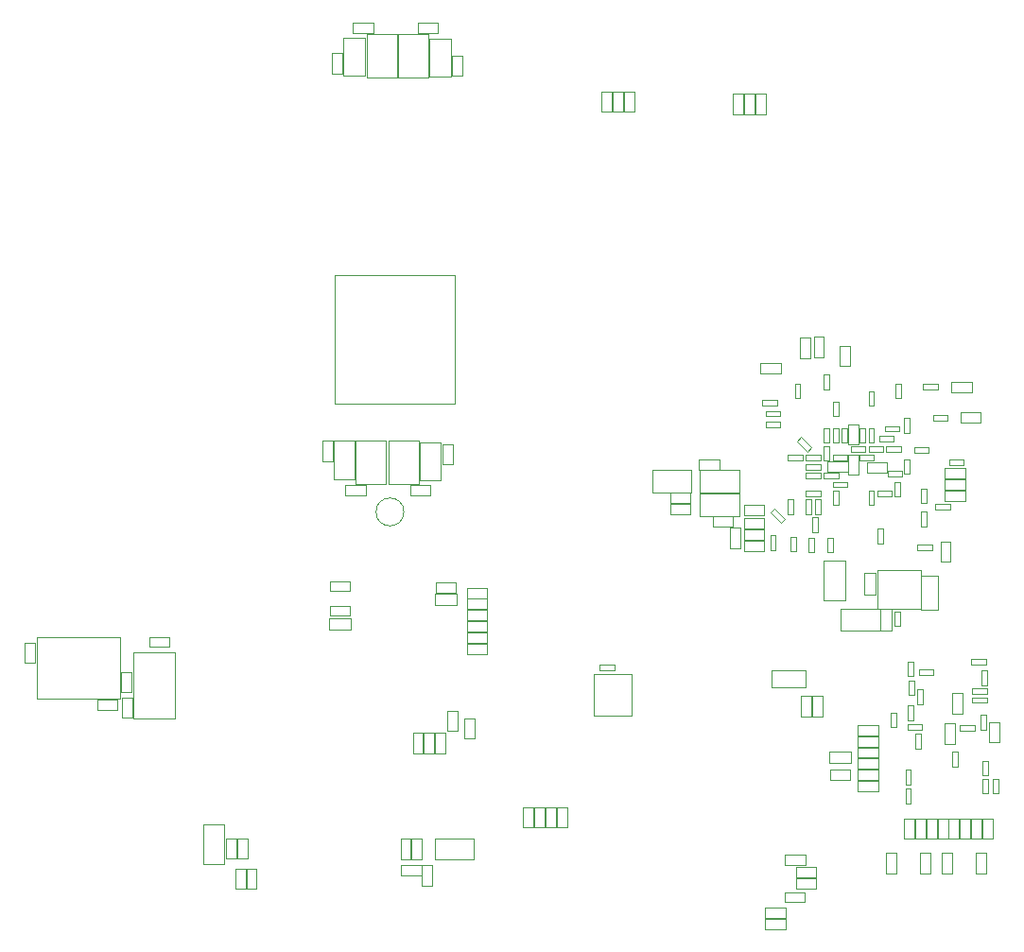
<source format=gbr>
%TF.GenerationSoftware,KiCad,Pcbnew,9.0.1*%
%TF.CreationDate,2025-05-15T18:24:47+02:00*%
%TF.ProjectId,Marble_Tiny,4d617262-6c65-45f5-9469-6e792e6b6963,rev?*%
%TF.SameCoordinates,Original*%
%TF.FileFunction,Other,User*%
%FSLAX46Y46*%
G04 Gerber Fmt 4.6, Leading zero omitted, Abs format (unit mm)*
G04 Created by KiCad (PCBNEW 9.0.1) date 2025-05-15 18:24:47*
%MOMM*%
%LPD*%
G01*
G04 APERTURE LIST*
%ADD10C,0.050000*%
%ADD11C,0.100000*%
G04 APERTURE END LIST*
D10*
%TO.C,C103*%
X173890000Y-99140000D02*
X173890000Y-100060000D01*
X173890000Y-99140000D02*
X175710000Y-99140000D01*
X173890000Y-100060000D02*
X175710000Y-100060000D01*
X175710000Y-99140000D02*
X175710000Y-100060000D01*
%TO.C,C32*%
X141690000Y-54940000D02*
X141690000Y-55860000D01*
X141690000Y-54940000D02*
X143510000Y-54940000D01*
X141690000Y-55860000D02*
X143510000Y-55860000D01*
X143510000Y-54940000D02*
X143510000Y-55860000D01*
%TO.C,R180*%
X178590000Y-135190000D02*
X178590000Y-136110000D01*
X178590000Y-135190000D02*
X180410000Y-135190000D01*
X178590000Y-136110000D02*
X180410000Y-136110000D01*
X180410000Y-135190000D02*
X180410000Y-136110000D01*
%TO.C,C95*%
X189450000Y-92850000D02*
X189450000Y-93350000D01*
X189450000Y-92850000D02*
X190750000Y-92850000D01*
X189450000Y-93350000D02*
X190750000Y-93350000D01*
X190750000Y-92850000D02*
X190750000Y-93350000D01*
%TO.C,C122*%
X172750000Y-97100000D02*
X172750000Y-99100000D01*
X172750000Y-97100000D02*
X176250000Y-97100000D01*
X172750000Y-99100000D02*
X176250000Y-99100000D01*
X176250000Y-97100000D02*
X176250000Y-99100000D01*
%TO.C,C240*%
X192050000Y-118650000D02*
X192050000Y-119950000D01*
X192550000Y-118650000D02*
X192050000Y-118650000D01*
X192550000Y-118650000D02*
X192550000Y-119950000D01*
X192550000Y-119950000D02*
X192050000Y-119950000D01*
%TO.C,C108*%
X186040000Y-90890000D02*
X186040000Y-92710000D01*
X186960000Y-90890000D02*
X186040000Y-90890000D01*
X186960000Y-90890000D02*
X186960000Y-92710000D01*
X186960000Y-92710000D02*
X186040000Y-92710000D01*
%TO.C,C126*%
X178650000Y-89697117D02*
X178650000Y-90197117D01*
X178650000Y-89697117D02*
X179950000Y-89697117D01*
X178650000Y-90197117D02*
X179950000Y-90197117D01*
X179950000Y-89697117D02*
X179950000Y-90197117D01*
%TO.C,C38*%
X147650000Y-92500000D02*
X149550000Y-92500000D01*
X147650000Y-95900000D02*
X147650000Y-92500000D01*
X147650000Y-95900000D02*
X149550000Y-95900000D01*
X149550000Y-95900000D02*
X149550000Y-92500000D01*
%TO.C,C245*%
X191150000Y-121850000D02*
X191650000Y-121850000D01*
X191150000Y-123150000D02*
X191150000Y-121850000D01*
X191150000Y-123150000D02*
X191650000Y-123150000D01*
X191650000Y-123150000D02*
X191650000Y-121850000D01*
%TO.C,C63*%
X184390000Y-122760000D02*
X184390000Y-121840000D01*
X186210000Y-121840000D02*
X184390000Y-121840000D01*
X186210000Y-122760000D02*
X184390000Y-122760000D01*
X186210000Y-122760000D02*
X186210000Y-121840000D01*
%TO.C,C34*%
X146790000Y-97260000D02*
X146790000Y-96340000D01*
X148610000Y-96340000D02*
X146790000Y-96340000D01*
X148610000Y-97260000D02*
X146790000Y-97260000D01*
X148610000Y-97260000D02*
X148610000Y-96340000D01*
%TO.C,C66*%
X194440000Y-129290000D02*
X194440000Y-131110000D01*
X195360000Y-129290000D02*
X194440000Y-129290000D01*
X195360000Y-129290000D02*
X195360000Y-131110000D01*
X195360000Y-131110000D02*
X194440000Y-131110000D01*
%TO.C,C168*%
X176690000Y-100340000D02*
X176690000Y-101260000D01*
X176690000Y-100340000D02*
X178510000Y-100340000D01*
X176690000Y-101260000D02*
X178510000Y-101260000D01*
X178510000Y-100340000D02*
X178510000Y-101260000D01*
%TO.C,C94*%
X183850000Y-95250000D02*
X183850000Y-95750000D01*
X183850000Y-95250000D02*
X185150000Y-95250000D01*
X183850000Y-95750000D02*
X185150000Y-95750000D01*
X185150000Y-95250000D02*
X185150000Y-95750000D01*
%TO.C,C244*%
X198050000Y-121050000D02*
X198050000Y-122350000D01*
X198550000Y-121050000D02*
X198050000Y-121050000D01*
X198550000Y-121050000D02*
X198550000Y-122350000D01*
X198550000Y-122350000D02*
X198050000Y-122350000D01*
%TO.C,L16*%
X184190000Y-94240000D02*
X184190000Y-95160000D01*
X184190000Y-94240000D02*
X186010000Y-94240000D01*
X184190000Y-95160000D02*
X186010000Y-95160000D01*
X186010000Y-94240000D02*
X186010000Y-95160000D01*
%TO.C,C5*%
X149030000Y-107110000D02*
X149030000Y-106090000D01*
X150970000Y-106090000D02*
X149030000Y-106090000D01*
X150970000Y-107110000D02*
X149030000Y-107110000D01*
X150970000Y-107110000D02*
X150970000Y-106090000D01*
%TO.C,R55*%
X186890000Y-119760000D02*
X186890000Y-118840000D01*
X188710000Y-118840000D02*
X186890000Y-118840000D01*
X188710000Y-119760000D02*
X186890000Y-119760000D01*
X188710000Y-119760000D02*
X188710000Y-118840000D01*
%TO.C,C165*%
X182850000Y-99250000D02*
X182850000Y-100550000D01*
X183350000Y-99250000D02*
X182850000Y-99250000D01*
X183350000Y-99250000D02*
X183350000Y-100550000D01*
X183350000Y-100550000D02*
X182850000Y-100550000D01*
%TO.C,C121*%
X195050000Y-94550000D02*
X195050000Y-94050000D01*
X196350000Y-94050000D02*
X195050000Y-94050000D01*
X196350000Y-94550000D02*
X195050000Y-94550000D01*
X196350000Y-94550000D02*
X196350000Y-94050000D01*
%TO.C,C139*%
X192750000Y-87750000D02*
X192750000Y-87250000D01*
X194050000Y-87250000D02*
X192750000Y-87250000D01*
X194050000Y-87750000D02*
X192750000Y-87750000D01*
X194050000Y-87750000D02*
X194050000Y-87250000D01*
%TO.C,C249*%
X195350000Y-120250000D02*
X195350000Y-121550000D01*
X195850000Y-120250000D02*
X195350000Y-120250000D01*
X195850000Y-120250000D02*
X195850000Y-121550000D01*
X195850000Y-121550000D02*
X195350000Y-121550000D01*
%TO.C,C230*%
X192350000Y-113350000D02*
X192350000Y-112850000D01*
X193650000Y-112850000D02*
X192350000Y-112850000D01*
X193650000Y-113350000D02*
X192350000Y-113350000D01*
X193650000Y-113350000D02*
X193650000Y-112850000D01*
%TO.C,R90*%
X182940000Y-83090000D02*
X182940000Y-84910000D01*
X183860000Y-83090000D02*
X182940000Y-83090000D01*
X183860000Y-83090000D02*
X183860000Y-84910000D01*
X183860000Y-84910000D02*
X182940000Y-84910000D01*
%TO.C,R58*%
X194040000Y-126190000D02*
X194040000Y-128010000D01*
X194960000Y-126190000D02*
X194040000Y-126190000D01*
X194960000Y-126190000D02*
X194960000Y-128010000D01*
X194960000Y-128010000D02*
X194040000Y-128010000D01*
%TO.C,C92*%
X187850000Y-92850000D02*
X187850000Y-93350000D01*
X187850000Y-92850000D02*
X189150000Y-92850000D01*
X187850000Y-93350000D02*
X189150000Y-93350000D01*
X189150000Y-92850000D02*
X189150000Y-93350000D01*
%TO.C,C68*%
X189440000Y-129290000D02*
X189440000Y-131110000D01*
X190360000Y-129290000D02*
X189440000Y-129290000D01*
X190360000Y-129290000D02*
X190360000Y-131110000D01*
X190360000Y-131110000D02*
X189440000Y-131110000D01*
%TO.C,C153*%
X190150000Y-107650000D02*
X190650000Y-107650000D01*
X190150000Y-108950000D02*
X190150000Y-107650000D01*
X190150000Y-108950000D02*
X190650000Y-108950000D01*
X190650000Y-108950000D02*
X190650000Y-107650000D01*
%TO.C,R11*%
X151890000Y-108460000D02*
X151890000Y-107540000D01*
X153710000Y-107540000D02*
X151890000Y-107540000D01*
X153710000Y-108460000D02*
X151890000Y-108460000D01*
X153710000Y-108460000D02*
X153710000Y-107540000D01*
%TO.C,C123*%
X185240000Y-83890000D02*
X185240000Y-85710000D01*
X186160000Y-83890000D02*
X185240000Y-83890000D01*
X186160000Y-83890000D02*
X186160000Y-85710000D01*
X186160000Y-85710000D02*
X185240000Y-85710000D01*
%TO.C,C14*%
X139590000Y-104940000D02*
X139590000Y-105860000D01*
X139590000Y-104940000D02*
X141410000Y-104940000D01*
X139590000Y-105860000D02*
X141410000Y-105860000D01*
X141410000Y-104940000D02*
X141410000Y-105860000D01*
%TO.C,R171*%
X164940000Y-61090000D02*
X164940000Y-62910000D01*
X165860000Y-61090000D02*
X164940000Y-61090000D01*
X165860000Y-61090000D02*
X165860000Y-62910000D01*
X165860000Y-62910000D02*
X164940000Y-62910000D01*
%TO.C,C100*%
X184650000Y-96050000D02*
X184650000Y-96550000D01*
X184650000Y-96050000D02*
X185950000Y-96050000D01*
X184650000Y-96550000D02*
X185950000Y-96550000D01*
X185950000Y-96050000D02*
X185950000Y-96550000D01*
%TO.C,C120*%
X182250000Y-94450000D02*
X182250000Y-94950000D01*
X182250000Y-94450000D02*
X183550000Y-94450000D01*
X182250000Y-94950000D02*
X183550000Y-94950000D01*
X183550000Y-94450000D02*
X183550000Y-94950000D01*
%TO.C,R54*%
X197040000Y-126190000D02*
X197040000Y-128010000D01*
X197960000Y-126190000D02*
X197040000Y-126190000D01*
X197960000Y-126190000D02*
X197960000Y-128010000D01*
X197960000Y-128010000D02*
X197040000Y-128010000D01*
%TO.C,C119*%
X168500000Y-95000000D02*
X168500000Y-97000000D01*
X168500000Y-95000000D02*
X172000000Y-95000000D01*
X168500000Y-97000000D02*
X172000000Y-97000000D01*
X172000000Y-95000000D02*
X172000000Y-97000000D01*
%TO.C,C128*%
X187850000Y-87950000D02*
X187850000Y-89250000D01*
X188350000Y-87950000D02*
X187850000Y-87950000D01*
X188350000Y-87950000D02*
X188350000Y-89250000D01*
X188350000Y-89250000D02*
X187850000Y-89250000D01*
%TO.C,C131*%
X178190000Y-85440000D02*
X178190000Y-86360000D01*
X178190000Y-85440000D02*
X180010000Y-85440000D01*
X178190000Y-86360000D02*
X180010000Y-86360000D01*
X180010000Y-85440000D02*
X180010000Y-86360000D01*
%TO.C,C236*%
X197150000Y-115350000D02*
X197150000Y-115850000D01*
X197150000Y-115350000D02*
X198450000Y-115350000D01*
X197150000Y-115850000D02*
X198450000Y-115850000D01*
X198450000Y-115350000D02*
X198450000Y-115850000D01*
%TO.C,C110*%
X183800000Y-103150000D02*
X185800000Y-103150000D01*
X183800000Y-106650000D02*
X183800000Y-103150000D01*
X183800000Y-106650000D02*
X185800000Y-106650000D01*
X185800000Y-106650000D02*
X185800000Y-103150000D01*
%TO.C,C90*%
X186250000Y-92850000D02*
X186250000Y-93350000D01*
X186250000Y-92850000D02*
X187550000Y-92850000D01*
X186250000Y-93350000D02*
X187550000Y-93350000D01*
X187550000Y-92850000D02*
X187550000Y-93350000D01*
%TO.C,C40*%
X139840000Y-57690000D02*
X139840000Y-59510000D01*
X140760000Y-57690000D02*
X139840000Y-57690000D01*
X140760000Y-57690000D02*
X140760000Y-59510000D01*
X140760000Y-59510000D02*
X139840000Y-59510000D01*
%TO.C,R72*%
X198640000Y-117590000D02*
X199560000Y-117590000D01*
X198640000Y-119410000D02*
X198640000Y-117590000D01*
X198640000Y-119410000D02*
X199560000Y-119410000D01*
X199560000Y-119410000D02*
X199560000Y-117590000D01*
%TO.C,C239*%
X191350000Y-117750000D02*
X191350000Y-118250000D01*
X191350000Y-117750000D02*
X192650000Y-117750000D01*
X191350000Y-118250000D02*
X192650000Y-118250000D01*
X192650000Y-117750000D02*
X192650000Y-118250000D01*
%TO.C,C118*%
X170090000Y-97040000D02*
X170090000Y-97960000D01*
X170090000Y-97040000D02*
X171910000Y-97040000D01*
X170090000Y-97960000D02*
X171910000Y-97960000D01*
X171910000Y-97040000D02*
X171910000Y-97960000D01*
%TO.C,R1*%
X179200000Y-114450000D02*
X179200000Y-112950000D01*
X182200000Y-112950000D02*
X179200000Y-112950000D01*
X182200000Y-114450000D02*
X179200000Y-114450000D01*
X182200000Y-114450000D02*
X182200000Y-112950000D01*
%TO.C,R146*%
X132140000Y-130690000D02*
X132140000Y-132510000D01*
X133060000Y-130690000D02*
X132140000Y-130690000D01*
X133060000Y-130690000D02*
X133060000Y-132510000D01*
X133060000Y-132510000D02*
X132140000Y-132510000D01*
%TO.C,L8*%
X141950000Y-92350000D02*
X141950000Y-96250000D01*
X141950000Y-96250000D02*
X144650000Y-96250000D01*
X144650000Y-92350000D02*
X141950000Y-92350000D01*
X144650000Y-96250000D02*
X144650000Y-92350000D01*
%TO.C,R15*%
X151890000Y-110540000D02*
X151890000Y-111460000D01*
X151890000Y-110540000D02*
X153710000Y-110540000D01*
X151890000Y-111460000D02*
X153710000Y-111460000D01*
X153710000Y-110540000D02*
X153710000Y-111460000D01*
%TO.C,R178*%
X151690000Y-117240000D02*
X152610000Y-117240000D01*
X151690000Y-119060000D02*
X151690000Y-117240000D01*
X151690000Y-119060000D02*
X152610000Y-119060000D01*
X152610000Y-119060000D02*
X152610000Y-117240000D01*
%TO.C,C105*%
X186040000Y-93590000D02*
X186040000Y-95410000D01*
X186960000Y-93590000D02*
X186040000Y-93590000D01*
X186960000Y-93590000D02*
X186960000Y-95410000D01*
X186960000Y-95410000D02*
X186040000Y-95410000D01*
%TO.C,C144*%
X192250000Y-102150000D02*
X192250000Y-101650000D01*
X193550000Y-101650000D02*
X192250000Y-101650000D01*
X193550000Y-102150000D02*
X192250000Y-102150000D01*
X193550000Y-102150000D02*
X193550000Y-101650000D01*
%TO.C,C137*%
X180650000Y-94150000D02*
X180650000Y-93650000D01*
X181950000Y-93650000D02*
X180650000Y-93650000D01*
X181950000Y-94150000D02*
X180650000Y-94150000D01*
X181950000Y-94150000D02*
X181950000Y-93650000D01*
%TO.C,C154*%
X187040000Y-93650000D02*
X187040000Y-94150000D01*
X187040000Y-93650000D02*
X188340000Y-93650000D01*
X187040000Y-94150000D02*
X188340000Y-94150000D01*
X188340000Y-93650000D02*
X188340000Y-94150000D01*
%TO.C,C72*%
X123440000Y-109940000D02*
X123440000Y-110860000D01*
X123440000Y-109940000D02*
X125260000Y-109940000D01*
X123440000Y-110860000D02*
X125260000Y-110860000D01*
X125260000Y-109940000D02*
X125260000Y-110860000D01*
%TO.C,C167*%
X176690000Y-101340000D02*
X176690000Y-102260000D01*
X176690000Y-101340000D02*
X178510000Y-101340000D01*
X176690000Y-102260000D02*
X178510000Y-102260000D01*
X178510000Y-101340000D02*
X178510000Y-102260000D01*
%TO.C,L15*%
X185367500Y-107400000D02*
X185367500Y-109400000D01*
X185367500Y-107400000D02*
X188867500Y-107400000D01*
X185367500Y-109400000D02*
X188867500Y-109400000D01*
X188867500Y-107400000D02*
X188867500Y-109400000D01*
%TO.C,U22*%
X113350000Y-115480000D02*
X113350000Y-109980000D01*
X120850000Y-109980000D02*
X113350000Y-109980000D01*
X120850000Y-115480000D02*
X113350000Y-115480000D01*
X120850000Y-115480000D02*
X120850000Y-109980000D01*
%TO.C,L9*%
X144850000Y-92350000D02*
X144850000Y-96250000D01*
X144850000Y-96250000D02*
X147550000Y-96250000D01*
X147550000Y-92350000D02*
X144850000Y-92350000D01*
X147550000Y-96250000D02*
X147550000Y-92350000D01*
%TO.C,R169*%
X180390000Y-129440000D02*
X180390000Y-130360000D01*
X180390000Y-129440000D02*
X182210000Y-129440000D01*
X180390000Y-130360000D02*
X182210000Y-130360000D01*
X182210000Y-129440000D02*
X182210000Y-130360000D01*
%TO.C,C235*%
X197850000Y-116950000D02*
X197850000Y-118250000D01*
X198350000Y-116950000D02*
X197850000Y-116950000D01*
X198350000Y-116950000D02*
X198350000Y-118250000D01*
X198350000Y-118250000D02*
X197850000Y-118250000D01*
%TO.C,R145*%
X178590000Y-135110000D02*
X178590000Y-134190000D01*
X180410000Y-134190000D02*
X178590000Y-134190000D01*
X180410000Y-135110000D02*
X178590000Y-135110000D01*
X180410000Y-135110000D02*
X180410000Y-134190000D01*
%TO.C,C250*%
X189850000Y-116750000D02*
X189850000Y-118050000D01*
X190350000Y-116750000D02*
X189850000Y-116750000D01*
X190350000Y-116750000D02*
X190350000Y-118050000D01*
X190350000Y-118050000D02*
X189850000Y-118050000D01*
%TO.C,C134*%
X181250000Y-87250000D02*
X181250000Y-88550000D01*
X181750000Y-87250000D02*
X181250000Y-87250000D01*
X181750000Y-87250000D02*
X181750000Y-88550000D01*
X181750000Y-88550000D02*
X181250000Y-88550000D01*
%TO.C,C166*%
X184150000Y-101050000D02*
X184650000Y-101050000D01*
X184150000Y-102350000D02*
X184150000Y-101050000D01*
X184150000Y-102350000D02*
X184650000Y-102350000D01*
X184650000Y-102350000D02*
X184650000Y-101050000D01*
%TO.C,R53*%
X186890000Y-123760000D02*
X186890000Y-122840000D01*
X188710000Y-122840000D02*
X186890000Y-122840000D01*
X188710000Y-123760000D02*
X186890000Y-123760000D01*
X188710000Y-123760000D02*
X188710000Y-122840000D01*
%TO.C,C124*%
X192550000Y-96650000D02*
X193050000Y-96650000D01*
X192550000Y-97950000D02*
X192550000Y-96650000D01*
X192550000Y-97950000D02*
X193050000Y-97950000D01*
X193050000Y-97950000D02*
X193050000Y-96650000D01*
%TO.C,C130*%
X193650000Y-90550000D02*
X193650000Y-90050000D01*
X194950000Y-90050000D02*
X193650000Y-90050000D01*
X194950000Y-90550000D02*
X193650000Y-90550000D01*
X194950000Y-90550000D02*
X194950000Y-90050000D01*
%TO.C,L6*%
X145750000Y-55950000D02*
X145750000Y-59850000D01*
X145750000Y-59850000D02*
X148450000Y-59850000D01*
X148450000Y-55950000D02*
X145750000Y-55950000D01*
X148450000Y-59850000D02*
X148450000Y-55950000D01*
%TO.C,C164*%
X180850000Y-101000000D02*
X180850000Y-102300000D01*
X181350000Y-101000000D02*
X180850000Y-101000000D01*
X181350000Y-101000000D02*
X181350000Y-102300000D01*
X181350000Y-102300000D02*
X180850000Y-102300000D01*
%TO.C,C138*%
X178657324Y-90701217D02*
X178657324Y-91201217D01*
X178657324Y-90701217D02*
X179957324Y-90701217D01*
X178657324Y-91201217D02*
X179957324Y-91201217D01*
X179957324Y-90701217D02*
X179957324Y-91201217D01*
%TO.C,C159*%
X182250000Y-97650000D02*
X182250000Y-98950000D01*
X182750000Y-97650000D02*
X182250000Y-97650000D01*
X182750000Y-97650000D02*
X182750000Y-98950000D01*
X182750000Y-98950000D02*
X182250000Y-98950000D01*
%TO.C,C145*%
X193850000Y-98550000D02*
X193850000Y-98050000D01*
X195150000Y-98050000D02*
X193850000Y-98050000D01*
X195150000Y-98550000D02*
X193850000Y-98550000D01*
X195150000Y-98550000D02*
X195150000Y-98050000D01*
%TO.C,C232*%
X191450000Y-113850000D02*
X191950000Y-113850000D01*
X191450000Y-115150000D02*
X191450000Y-113850000D01*
X191450000Y-115150000D02*
X191950000Y-115150000D01*
X191950000Y-115150000D02*
X191950000Y-113850000D01*
%TO.C,C161*%
X176690000Y-98140000D02*
X176690000Y-99060000D01*
X176690000Y-98140000D02*
X178510000Y-98140000D01*
X176690000Y-99060000D02*
X178510000Y-99060000D01*
X178510000Y-98140000D02*
X178510000Y-99060000D01*
%TO.C,R144*%
X147840000Y-130390000D02*
X147840000Y-132210000D01*
X148760000Y-130390000D02*
X147840000Y-130390000D01*
X148760000Y-130390000D02*
X148760000Y-132210000D01*
X148760000Y-132210000D02*
X147840000Y-132210000D01*
%TO.C,C42*%
X149740000Y-92690000D02*
X150660000Y-92690000D01*
X149740000Y-94510000D02*
X149740000Y-92690000D01*
X149740000Y-94510000D02*
X150660000Y-94510000D01*
X150660000Y-94510000D02*
X150660000Y-92690000D01*
%TO.C,C115*%
X183850000Y-91250000D02*
X183850000Y-92550000D01*
X184350000Y-91250000D02*
X183850000Y-91250000D01*
X184350000Y-91250000D02*
X184350000Y-92550000D01*
X184350000Y-92550000D02*
X183850000Y-92550000D01*
%TO.C,C148*%
X187850000Y-96850000D02*
X187850000Y-98150000D01*
X188350000Y-96850000D02*
X187850000Y-96850000D01*
X188350000Y-96850000D02*
X188350000Y-98150000D01*
X188350000Y-98150000D02*
X187850000Y-98150000D01*
%TO.C,C242*%
X198050000Y-122650000D02*
X198050000Y-123950000D01*
X198550000Y-122650000D02*
X198050000Y-122650000D01*
X198550000Y-122650000D02*
X198550000Y-123950000D01*
X198550000Y-123950000D02*
X198050000Y-123950000D01*
%TO.C,C143*%
X188650000Y-100250000D02*
X189150000Y-100250000D01*
X188650000Y-101550000D02*
X188650000Y-100250000D01*
X188650000Y-101550000D02*
X189150000Y-101550000D01*
X189150000Y-101550000D02*
X189150000Y-100250000D01*
%TO.C,C238*%
X197950000Y-112950000D02*
X197950000Y-114250000D01*
X198450000Y-112950000D02*
X197950000Y-112950000D01*
X198450000Y-112950000D02*
X198450000Y-114250000D01*
X198450000Y-114250000D02*
X197950000Y-114250000D01*
%TO.C,C186*%
X163800000Y-112450000D02*
X163800000Y-112950000D01*
X163800000Y-112450000D02*
X165100000Y-112450000D01*
X163800000Y-112950000D02*
X165100000Y-112950000D01*
X165100000Y-112450000D02*
X165100000Y-112950000D01*
%TO.C,U9*%
X188680000Y-104000000D02*
X192520000Y-104000000D01*
X188680000Y-107400000D02*
X188680000Y-104000000D01*
X192520000Y-104000000D02*
X192520000Y-107400000D01*
X192520000Y-107400000D02*
X188680000Y-107400000D01*
%TO.C,C107*%
X187690000Y-95260000D02*
X187690000Y-94340000D01*
X189510000Y-94340000D02*
X187690000Y-94340000D01*
X189510000Y-95260000D02*
X187690000Y-95260000D01*
X189510000Y-95260000D02*
X189510000Y-94340000D01*
%TO.C,C147*%
X190150000Y-96050000D02*
X190150000Y-97350000D01*
X190650000Y-96050000D02*
X190150000Y-96050000D01*
X190650000Y-96050000D02*
X190650000Y-97350000D01*
X190650000Y-97350000D02*
X190150000Y-97350000D01*
%TO.C,C142*%
X194690000Y-96840000D02*
X194690000Y-97760000D01*
X194690000Y-96840000D02*
X196510000Y-96840000D01*
X194690000Y-97760000D02*
X196510000Y-97760000D01*
X196510000Y-96840000D02*
X196510000Y-97760000D01*
%TO.C,R16*%
X151890000Y-107460000D02*
X151890000Y-106540000D01*
X153710000Y-106540000D02*
X151890000Y-106540000D01*
X153710000Y-107460000D02*
X151890000Y-107460000D01*
X153710000Y-107460000D02*
X153710000Y-106540000D01*
%TO.C,C179*%
X131340000Y-127990000D02*
X131340000Y-129810000D01*
X132260000Y-127990000D02*
X131340000Y-127990000D01*
X132260000Y-127990000D02*
X132260000Y-129810000D01*
X132260000Y-129810000D02*
X131340000Y-129810000D01*
%TO.C,R112*%
X157940000Y-125190000D02*
X158860000Y-125190000D01*
X157940000Y-127010000D02*
X157940000Y-125190000D01*
X157940000Y-127010000D02*
X158860000Y-127010000D01*
X158860000Y-127010000D02*
X158860000Y-125190000D01*
%TO.C,C104*%
X194690000Y-96760000D02*
X194690000Y-95840000D01*
X196510000Y-95840000D02*
X194690000Y-95840000D01*
X196510000Y-96760000D02*
X194690000Y-96760000D01*
X196510000Y-96760000D02*
X196510000Y-95840000D01*
%TO.C,C33*%
X140990000Y-96340000D02*
X140990000Y-97260000D01*
X140990000Y-96340000D02*
X142810000Y-96340000D01*
X140990000Y-97260000D02*
X142810000Y-97260000D01*
X142810000Y-96340000D02*
X142810000Y-97260000D01*
%TO.C,R165*%
X176740000Y-61290000D02*
X176740000Y-63110000D01*
X177660000Y-61290000D02*
X176740000Y-61290000D01*
X177660000Y-61290000D02*
X177660000Y-63110000D01*
X177660000Y-63110000D02*
X176740000Y-63110000D01*
%TO.C,C89*%
X185450000Y-91250000D02*
X185450000Y-92550000D01*
X185950000Y-91250000D02*
X185450000Y-91250000D01*
X185950000Y-91250000D02*
X185950000Y-92550000D01*
X185950000Y-92550000D02*
X185450000Y-92550000D01*
%TO.C,C96*%
X188650000Y-97350000D02*
X188650000Y-96850000D01*
X189950000Y-96850000D02*
X188650000Y-96850000D01*
X189950000Y-97350000D02*
X188650000Y-97350000D01*
X189950000Y-97350000D02*
X189950000Y-96850000D01*
%TO.C,TP4*%
X146250000Y-98750000D02*
G75*
G02*
X143750000Y-98750000I-1250000J0D01*
G01*
X143750000Y-98750000D02*
G75*
G02*
X146250000Y-98750000I1250000J0D01*
G01*
%TO.C,R70*%
X186890000Y-121760000D02*
X186890000Y-120840000D01*
X188710000Y-120840000D02*
X186890000Y-120840000D01*
X188710000Y-121760000D02*
X186890000Y-121760000D01*
X188710000Y-121760000D02*
X188710000Y-120840000D01*
%TO.C,C136*%
X183850000Y-86450000D02*
X183850000Y-87750000D01*
X184350000Y-86450000D02*
X183850000Y-86450000D01*
X184350000Y-86450000D02*
X184350000Y-87750000D01*
X184350000Y-87750000D02*
X183850000Y-87750000D01*
%TO.C,R95*%
X150140000Y-116552500D02*
X151060000Y-116552500D01*
X150140000Y-118372500D02*
X150140000Y-116552500D01*
X150140000Y-118372500D02*
X151060000Y-118372500D01*
X151060000Y-118372500D02*
X151060000Y-116552500D01*
%TO.C,C146*%
X191050000Y-94050000D02*
X191550000Y-94050000D01*
X191050000Y-95350000D02*
X191050000Y-94050000D01*
X191050000Y-95350000D02*
X191550000Y-95350000D01*
X191550000Y-95350000D02*
X191550000Y-94050000D01*
%TO.C,R69*%
X186890000Y-120760000D02*
X186890000Y-119840000D01*
X188710000Y-119840000D02*
X186890000Y-119840000D01*
X188710000Y-120760000D02*
X186890000Y-120760000D01*
X188710000Y-120760000D02*
X188710000Y-119840000D01*
%TO.C,C169*%
X179050000Y-100850000D02*
X179550000Y-100850000D01*
X179050000Y-102150000D02*
X179050000Y-100850000D01*
X179050000Y-102150000D02*
X179550000Y-102150000D01*
X179550000Y-102150000D02*
X179550000Y-100850000D01*
%TO.C,R97*%
X148040000Y-118552500D02*
X148960000Y-118552500D01*
X148040000Y-120372500D02*
X148040000Y-118552500D01*
X148040000Y-120372500D02*
X148960000Y-120372500D01*
X148960000Y-120372500D02*
X148960000Y-118552500D01*
%TO.C,C15*%
X139590000Y-107140000D02*
X139590000Y-108060000D01*
X139590000Y-107140000D02*
X141410000Y-107140000D01*
X139590000Y-108060000D02*
X141410000Y-108060000D01*
X141410000Y-107140000D02*
X141410000Y-108060000D01*
%TO.C,C149*%
X192550000Y-98750000D02*
X193050000Y-98750000D01*
X192550000Y-100050000D02*
X192550000Y-98750000D01*
X192550000Y-100050000D02*
X193050000Y-100050000D01*
X193050000Y-100050000D02*
X193050000Y-98750000D01*
%TO.C,R168*%
X194690000Y-117690000D02*
X195610000Y-117690000D01*
X194690000Y-119510000D02*
X194690000Y-117690000D01*
X194690000Y-119510000D02*
X195610000Y-119510000D01*
X195610000Y-119510000D02*
X195610000Y-117690000D01*
%TO.C,C31*%
X147490000Y-55860000D02*
X147490000Y-54940000D01*
X149310000Y-54940000D02*
X147490000Y-54940000D01*
X149310000Y-55860000D02*
X147490000Y-55860000D01*
X149310000Y-55860000D02*
X149310000Y-54940000D01*
%TO.C,R71*%
X186890000Y-118760000D02*
X186890000Y-117840000D01*
X188710000Y-117840000D02*
X186890000Y-117840000D01*
X188710000Y-118760000D02*
X186890000Y-118760000D01*
X188710000Y-118760000D02*
X188710000Y-117840000D01*
%TO.C,R91*%
X128250000Y-126750000D02*
X128250000Y-130250000D01*
X130150000Y-126750000D02*
X128250000Y-126750000D01*
X130150000Y-126750000D02*
X130150000Y-130250000D01*
X130150000Y-130250000D02*
X128250000Y-130250000D01*
%TO.C,R170*%
X163940000Y-61090000D02*
X163940000Y-62910000D01*
X164860000Y-61090000D02*
X163940000Y-61090000D01*
X164860000Y-61090000D02*
X164860000Y-62910000D01*
X164860000Y-62910000D02*
X163940000Y-62910000D01*
%TO.C,C91*%
X189550000Y-95100000D02*
X189550000Y-95600000D01*
X189550000Y-95100000D02*
X190850000Y-95100000D01*
X189550000Y-95600000D02*
X190850000Y-95600000D01*
X190850000Y-95100000D02*
X190850000Y-95600000D01*
%TO.C,C233*%
X192250000Y-114650000D02*
X192750000Y-114650000D01*
X192250000Y-115950000D02*
X192250000Y-114650000D01*
X192250000Y-115950000D02*
X192750000Y-115950000D01*
X192750000Y-115950000D02*
X192750000Y-114650000D01*
%TO.C,R52*%
X198040000Y-126190000D02*
X198040000Y-128010000D01*
X198960000Y-126190000D02*
X198040000Y-126190000D01*
X198960000Y-126190000D02*
X198960000Y-128010000D01*
X198960000Y-128010000D02*
X198040000Y-128010000D01*
%TO.C,C36*%
X140850000Y-56300000D02*
X140850000Y-59700000D01*
X142750000Y-56300000D02*
X140850000Y-56300000D01*
X142750000Y-56300000D02*
X142750000Y-59700000D01*
X142750000Y-59700000D02*
X140850000Y-59700000D01*
%TO.C,Y5*%
X122050000Y-111350000D02*
X125750000Y-111350000D01*
X122050000Y-117250000D02*
X122050000Y-111350000D01*
X122050000Y-117250000D02*
X125750000Y-117250000D01*
X125750000Y-117250000D02*
X125750000Y-111350000D01*
%TO.C,L11*%
X192550000Y-104450000D02*
X194050000Y-104450000D01*
X192550000Y-107550000D02*
X192550000Y-104450000D01*
X192550000Y-107550000D02*
X194050000Y-107550000D01*
X194050000Y-107550000D02*
X194050000Y-104450000D01*
%TO.C,C8*%
X149090000Y-105960000D02*
X149090000Y-105040000D01*
X150910000Y-105040000D02*
X149090000Y-105040000D01*
X150910000Y-105960000D02*
X149090000Y-105960000D01*
X150910000Y-105960000D02*
X150910000Y-105040000D01*
%TO.C,C106*%
X194690000Y-95760000D02*
X194690000Y-94840000D01*
X196510000Y-94840000D02*
X194690000Y-94840000D01*
X196510000Y-95760000D02*
X194690000Y-95760000D01*
X196510000Y-95760000D02*
X196510000Y-94840000D01*
%TO.C,C70*%
X112290000Y-110440000D02*
X113210000Y-110440000D01*
X112290000Y-112260000D02*
X112290000Y-110440000D01*
X112290000Y-112260000D02*
X113210000Y-112260000D01*
X113210000Y-112260000D02*
X113210000Y-110440000D01*
%TO.C,R108*%
X158940000Y-125190000D02*
X159860000Y-125190000D01*
X158940000Y-127010000D02*
X158940000Y-125190000D01*
X158940000Y-127010000D02*
X159860000Y-127010000D01*
X159860000Y-127010000D02*
X159860000Y-125190000D01*
%TO.C,R13*%
X151890000Y-110460000D02*
X151890000Y-109540000D01*
X153710000Y-109540000D02*
X151890000Y-109540000D01*
X153710000Y-110460000D02*
X151890000Y-110460000D01*
X153710000Y-110460000D02*
X153710000Y-109540000D01*
%TO.C,R10*%
X151890000Y-109460000D02*
X151890000Y-108540000D01*
X153710000Y-108540000D02*
X151890000Y-108540000D01*
X153710000Y-109460000D02*
X151890000Y-109460000D01*
X153710000Y-109460000D02*
X153710000Y-108540000D01*
%TO.C,C246*%
X191150000Y-123550000D02*
X191650000Y-123550000D01*
X191150000Y-124850000D02*
X191150000Y-123550000D01*
X191150000Y-124850000D02*
X191650000Y-124850000D01*
X191650000Y-124850000D02*
X191650000Y-123550000D01*
%TO.C,C71*%
X121040000Y-115390000D02*
X121960000Y-115390000D01*
X121040000Y-117210000D02*
X121040000Y-115390000D01*
X121040000Y-117210000D02*
X121960000Y-117210000D01*
X121960000Y-117210000D02*
X121960000Y-115390000D01*
%TO.C,C129*%
X191950000Y-93450000D02*
X191950000Y-92950000D01*
X193250000Y-92950000D02*
X191950000Y-92950000D01*
X193250000Y-93450000D02*
X191950000Y-93450000D01*
X193250000Y-93450000D02*
X193250000Y-92950000D01*
%TO.C,C99*%
X187850000Y-91250000D02*
X187850000Y-92550000D01*
X188350000Y-91250000D02*
X187850000Y-91250000D01*
X188350000Y-91250000D02*
X188350000Y-92550000D01*
X188350000Y-92550000D02*
X187850000Y-92550000D01*
%TO.C,R114*%
X175440000Y-100190000D02*
X175440000Y-102010000D01*
X176360000Y-100190000D02*
X175440000Y-100190000D01*
X176360000Y-100190000D02*
X176360000Y-102010000D01*
X176360000Y-102010000D02*
X175440000Y-102010000D01*
%TO.C,Y1*%
X163250000Y-117000000D02*
X163250000Y-113300000D01*
X166650000Y-113300000D02*
X163250000Y-113300000D01*
X166650000Y-117000000D02*
X163250000Y-117000000D01*
X166650000Y-117000000D02*
X166650000Y-113300000D01*
%TO.C,C151*%
X187490000Y-104230000D02*
X188510000Y-104230000D01*
X187490000Y-106170000D02*
X187490000Y-104230000D01*
X187490000Y-106170000D02*
X188510000Y-106170000D01*
X188510000Y-106170000D02*
X188510000Y-104230000D01*
%TO.C,C229*%
X197050000Y-112450000D02*
X197050000Y-111950000D01*
X198350000Y-111950000D02*
X197050000Y-111950000D01*
X198350000Y-112450000D02*
X197050000Y-112450000D01*
X198350000Y-112450000D02*
X198350000Y-111950000D01*
%TO.C,C158*%
X179063604Y-98817157D02*
X179982843Y-99736396D01*
X179417157Y-98463604D02*
X179063604Y-98817157D01*
X179417157Y-98463604D02*
X180336396Y-99382843D01*
X180336396Y-99382843D02*
X179982843Y-99736396D01*
%TO.C,C133*%
X196090000Y-90760000D02*
X196090000Y-89840000D01*
X197910000Y-89840000D02*
X196090000Y-89840000D01*
X197910000Y-90760000D02*
X196090000Y-90760000D01*
X197910000Y-90760000D02*
X197910000Y-89840000D01*
%TO.C,C125*%
X178350000Y-88750000D02*
X178350000Y-89250000D01*
X178350000Y-88750000D02*
X179650000Y-88750000D01*
X178350000Y-89250000D02*
X179650000Y-89250000D01*
X179650000Y-88750000D02*
X179650000Y-89250000D01*
%TO.C,R50*%
X193040000Y-126190000D02*
X193040000Y-128010000D01*
X193960000Y-126190000D02*
X193040000Y-126190000D01*
X193960000Y-126190000D02*
X193960000Y-128010000D01*
X193960000Y-128010000D02*
X193040000Y-128010000D01*
%TO.C,R172*%
X165940000Y-61090000D02*
X165940000Y-62910000D01*
X166860000Y-61090000D02*
X165940000Y-61090000D01*
X166860000Y-61090000D02*
X166860000Y-62910000D01*
X166860000Y-62910000D02*
X165940000Y-62910000D01*
%TO.C,C135*%
X184650000Y-88850000D02*
X184650000Y-90150000D01*
X185150000Y-88850000D02*
X184650000Y-88850000D01*
X185150000Y-88850000D02*
X185150000Y-90150000D01*
X185150000Y-90150000D02*
X184650000Y-90150000D01*
%TO.C,C113*%
X189300000Y-91050000D02*
X189300000Y-91550000D01*
X189300000Y-91050000D02*
X190600000Y-91050000D01*
X189300000Y-91550000D02*
X190600000Y-91550000D01*
X190600000Y-91050000D02*
X190600000Y-91550000D01*
%TO.C,R92*%
X130340000Y-127990000D02*
X131260000Y-127990000D01*
X130340000Y-129810000D02*
X130340000Y-127990000D01*
X130340000Y-129810000D02*
X131260000Y-129810000D01*
X131260000Y-129810000D02*
X131260000Y-127990000D01*
%TO.C,C97*%
X188800000Y-91950000D02*
X188800000Y-92450000D01*
X188800000Y-91950000D02*
X190100000Y-91950000D01*
X188800000Y-92450000D02*
X190100000Y-92450000D01*
X190100000Y-91950000D02*
X190100000Y-92450000D01*
%TO.C,C162*%
X176690000Y-99340000D02*
X176690000Y-100260000D01*
X176690000Y-99340000D02*
X178510000Y-99340000D01*
X176690000Y-100260000D02*
X178510000Y-100260000D01*
X178510000Y-99340000D02*
X178510000Y-100260000D01*
%TO.C,C67*%
X192440000Y-129290000D02*
X192440000Y-131110000D01*
X193360000Y-129290000D02*
X192440000Y-129290000D01*
X193360000Y-129290000D02*
X193360000Y-131110000D01*
X193360000Y-131110000D02*
X192440000Y-131110000D01*
%TO.C,R164*%
X175740000Y-61290000D02*
X175740000Y-63110000D01*
X176660000Y-61290000D02*
X175740000Y-61290000D01*
X176660000Y-61290000D02*
X176660000Y-63110000D01*
X176660000Y-63110000D02*
X175740000Y-63110000D01*
%TO.C,C243*%
X196050000Y-118350000D02*
X196050000Y-117850000D01*
X197350000Y-117850000D02*
X196050000Y-117850000D01*
X197350000Y-118350000D02*
X196050000Y-118350000D01*
X197350000Y-118350000D02*
X197350000Y-117850000D01*
%TO.C,R179*%
X145990000Y-130390000D02*
X145990000Y-131310000D01*
X145990000Y-130390000D02*
X147810000Y-130390000D01*
X145990000Y-131310000D02*
X147810000Y-131310000D01*
X147810000Y-130390000D02*
X147810000Y-131310000D01*
%TO.C,C98*%
X183850000Y-92850000D02*
X183850000Y-94150000D01*
X184350000Y-92850000D02*
X183850000Y-92850000D01*
X184350000Y-92850000D02*
X184350000Y-94150000D01*
X184350000Y-94150000D02*
X183850000Y-94150000D01*
%TO.C,C231*%
X191350000Y-112150000D02*
X191850000Y-112150000D01*
X191350000Y-113450000D02*
X191350000Y-112150000D01*
X191350000Y-113450000D02*
X191850000Y-113450000D01*
X191850000Y-113450000D02*
X191850000Y-112150000D01*
%TO.C,C102*%
X182250000Y-95250000D02*
X182250000Y-95750000D01*
X182250000Y-95250000D02*
X183550000Y-95250000D01*
X182250000Y-95750000D02*
X183550000Y-95750000D01*
X183550000Y-95250000D02*
X183550000Y-95750000D01*
%TO.C,C152*%
X188890000Y-107430000D02*
X189910000Y-107430000D01*
X188890000Y-109370000D02*
X188890000Y-107430000D01*
X188890000Y-109370000D02*
X189910000Y-109370000D01*
X189910000Y-109370000D02*
X189910000Y-107430000D01*
%TO.C,R100*%
X181340000Y-131540000D02*
X181340000Y-132460000D01*
X181340000Y-131540000D02*
X183160000Y-131540000D01*
X181340000Y-132460000D02*
X183160000Y-132460000D01*
X183160000Y-131540000D02*
X183160000Y-132460000D01*
%TO.C,C237*%
X197150000Y-114550000D02*
X197150000Y-115050000D01*
X197150000Y-114550000D02*
X198450000Y-114550000D01*
X197150000Y-115050000D02*
X198450000Y-115050000D01*
X198450000Y-114550000D02*
X198450000Y-115050000D01*
%TO.C,C61*%
X195340000Y-114990000D02*
X195340000Y-116810000D01*
X196260000Y-114990000D02*
X195340000Y-114990000D01*
X196260000Y-114990000D02*
X196260000Y-116810000D01*
X196260000Y-116810000D02*
X195340000Y-116810000D01*
%TO.C,C93*%
X182250000Y-96850000D02*
X182250000Y-97350000D01*
X182250000Y-96850000D02*
X183550000Y-96850000D01*
X182250000Y-97350000D02*
X183550000Y-97350000D01*
X183550000Y-96850000D02*
X183550000Y-97350000D01*
%TO.C,C163*%
X182450000Y-101050000D02*
X182450000Y-102350000D01*
X182950000Y-101050000D02*
X182450000Y-101050000D01*
X182950000Y-101050000D02*
X182950000Y-102350000D01*
X182950000Y-102350000D02*
X182450000Y-102350000D01*
%TO.C,R142*%
X181790000Y-115255000D02*
X181790000Y-117075000D01*
X182710000Y-115255000D02*
X181790000Y-115255000D01*
X182710000Y-115255000D02*
X182710000Y-117075000D01*
X182710000Y-117075000D02*
X181790000Y-117075000D01*
%TO.C,C41*%
X138940000Y-92390000D02*
X139860000Y-92390000D01*
X138940000Y-94210000D02*
X138940000Y-92390000D01*
X138940000Y-94210000D02*
X139860000Y-94210000D01*
X139860000Y-94210000D02*
X139860000Y-92390000D01*
%TO.C,C241*%
X198950000Y-122650000D02*
X198950000Y-123950000D01*
X199450000Y-122650000D02*
X198950000Y-122650000D01*
X199450000Y-122650000D02*
X199450000Y-123950000D01*
X199450000Y-123950000D02*
X198950000Y-123950000D01*
%TO.C,C101*%
X184650000Y-96850000D02*
X185150000Y-96850000D01*
X184650000Y-98150000D02*
X184650000Y-96850000D01*
X184650000Y-98150000D02*
X185150000Y-98150000D01*
X185150000Y-98150000D02*
X185150000Y-96850000D01*
%TO.C,C156*%
X172690000Y-94040000D02*
X172690000Y-94960000D01*
X172690000Y-94040000D02*
X174510000Y-94040000D01*
X172690000Y-94960000D02*
X174510000Y-94960000D01*
X174510000Y-94040000D02*
X174510000Y-94960000D01*
%TO.C,C157*%
X180650000Y-97650000D02*
X180650000Y-98950000D01*
X181150000Y-97650000D02*
X180650000Y-97650000D01*
X181150000Y-97650000D02*
X181150000Y-98950000D01*
X181150000Y-98950000D02*
X180650000Y-98950000D01*
%TO.C,C160*%
X183050000Y-97650000D02*
X183050000Y-98950000D01*
X183550000Y-97650000D02*
X183050000Y-97650000D01*
X183550000Y-97650000D02*
X183550000Y-98950000D01*
X183550000Y-98950000D02*
X183050000Y-98950000D01*
%TO.C,C140*%
X191050000Y-90350000D02*
X191550000Y-90350000D01*
X191050000Y-91650000D02*
X191050000Y-90350000D01*
X191050000Y-91650000D02*
X191550000Y-91650000D01*
X191550000Y-91650000D02*
X191550000Y-90350000D01*
%TO.C,C155*%
X184650000Y-93650000D02*
X184650000Y-94150000D01*
X184650000Y-93650000D02*
X185950000Y-93650000D01*
X184650000Y-94150000D02*
X185950000Y-94150000D01*
X185950000Y-93650000D02*
X185950000Y-94150000D01*
%TO.C,R166*%
X177740000Y-61290000D02*
X177740000Y-63110000D01*
X178660000Y-61290000D02*
X177740000Y-61290000D01*
X178660000Y-61290000D02*
X178660000Y-63110000D01*
X178660000Y-63110000D02*
X177740000Y-63110000D01*
%TO.C,C132*%
X195290000Y-88060000D02*
X195290000Y-87140000D01*
X197110000Y-87140000D02*
X195290000Y-87140000D01*
X197110000Y-88060000D02*
X195290000Y-88060000D01*
X197110000Y-88060000D02*
X197110000Y-87140000D01*
%TO.C,R86*%
X181740000Y-83140000D02*
X182660000Y-83140000D01*
X181740000Y-84960000D02*
X181740000Y-83140000D01*
X181740000Y-84960000D02*
X182660000Y-84960000D01*
X182660000Y-84960000D02*
X182660000Y-83140000D01*
%TO.C,R74*%
X120940000Y-113090000D02*
X121860000Y-113090000D01*
X120940000Y-114910000D02*
X120940000Y-113090000D01*
X120940000Y-114910000D02*
X121860000Y-114910000D01*
X121860000Y-114910000D02*
X121860000Y-113090000D01*
%TO.C,R17*%
X151890000Y-106460000D02*
X151890000Y-105540000D01*
X153710000Y-105540000D02*
X151890000Y-105540000D01*
X153710000Y-106460000D02*
X151890000Y-106460000D01*
X153710000Y-106460000D02*
X153710000Y-105540000D01*
%TO.C,R94*%
X149000000Y-129900000D02*
X149000000Y-128000000D01*
X152500000Y-128000000D02*
X149000000Y-128000000D01*
X152500000Y-129900000D02*
X149000000Y-129900000D01*
X152500000Y-129900000D02*
X152500000Y-128000000D01*
%TO.C,C178*%
X145940000Y-128027500D02*
X145940000Y-129847500D01*
X146860000Y-128027500D02*
X145940000Y-128027500D01*
X146860000Y-128027500D02*
X146860000Y-129847500D01*
X146860000Y-129847500D02*
X145940000Y-129847500D01*
%TO.C,C141*%
X194290000Y-101390000D02*
X194290000Y-103210000D01*
X195210000Y-101390000D02*
X194290000Y-101390000D01*
X195210000Y-101390000D02*
X195210000Y-103210000D01*
X195210000Y-103210000D02*
X194290000Y-103210000D01*
%TO.C,R2*%
X182790000Y-115255000D02*
X183710000Y-115255000D01*
X182790000Y-117075000D02*
X182790000Y-115255000D01*
X182790000Y-117075000D02*
X183710000Y-117075000D01*
X183710000Y-117075000D02*
X183710000Y-115255000D01*
%TO.C,R62*%
X192040000Y-126190000D02*
X192040000Y-128010000D01*
X192960000Y-126190000D02*
X192040000Y-126190000D01*
X192960000Y-126190000D02*
X192960000Y-128010000D01*
X192960000Y-128010000D02*
X192040000Y-128010000D01*
%TO.C,C35*%
X148550000Y-56400000D02*
X148550000Y-59800000D01*
X150450000Y-56400000D02*
X148550000Y-56400000D01*
X150450000Y-56400000D02*
X150450000Y-59800000D01*
X150450000Y-59800000D02*
X148550000Y-59800000D01*
%TO.C,C112*%
X187050000Y-91250000D02*
X187550000Y-91250000D01*
X187050000Y-92550000D02*
X187050000Y-91250000D01*
X187050000Y-92550000D02*
X187550000Y-92550000D01*
X187550000Y-92550000D02*
X187550000Y-91250000D01*
%TO.C,R181*%
X131140000Y-130690000D02*
X132060000Y-130690000D01*
X131140000Y-132510000D02*
X131140000Y-130690000D01*
X131140000Y-132510000D02*
X132060000Y-132510000D01*
X132060000Y-132510000D02*
X132060000Y-130690000D01*
%TO.C,R111*%
X156940000Y-125190000D02*
X157860000Y-125190000D01*
X156940000Y-127010000D02*
X156940000Y-125190000D01*
X156940000Y-127010000D02*
X157860000Y-127010000D01*
X157860000Y-127010000D02*
X157860000Y-125190000D01*
D11*
%TO.C,J13*%
X140075000Y-77570000D02*
X140075000Y-89070000D01*
X140075000Y-77570000D02*
X150775000Y-77570000D01*
X140075000Y-89070000D02*
X150775000Y-89070000D01*
X150775000Y-77570000D02*
X150775000Y-89070000D01*
D10*
%TO.C,R98*%
X180340000Y-132790000D02*
X180340000Y-133710000D01*
X180340000Y-132790000D02*
X182160000Y-132790000D01*
X180340000Y-133710000D02*
X182160000Y-133710000D01*
X182160000Y-132790000D02*
X182160000Y-133710000D01*
%TO.C,R109*%
X159940000Y-125190000D02*
X160860000Y-125190000D01*
X159940000Y-127010000D02*
X159940000Y-125190000D01*
X159940000Y-127010000D02*
X160860000Y-127010000D01*
X160860000Y-127010000D02*
X160860000Y-125190000D01*
%TO.C,C116*%
X184650000Y-91250000D02*
X185150000Y-91250000D01*
X184650000Y-92550000D02*
X184650000Y-91250000D01*
X184650000Y-92550000D02*
X185150000Y-92550000D01*
X185150000Y-92550000D02*
X185150000Y-91250000D01*
%TO.C,R67*%
X195015000Y-126190000D02*
X195015000Y-128010000D01*
X195935000Y-126190000D02*
X195015000Y-126190000D01*
X195935000Y-126190000D02*
X195935000Y-128010000D01*
X195935000Y-128010000D02*
X195015000Y-128010000D01*
%TO.C,R93*%
X146940000Y-128027500D02*
X147860000Y-128027500D01*
X146940000Y-129847500D02*
X146940000Y-128027500D01*
X146940000Y-129847500D02*
X147860000Y-129847500D01*
X147860000Y-129847500D02*
X147860000Y-128027500D01*
%TO.C,R75*%
X118790000Y-115540000D02*
X118790000Y-116460000D01*
X118790000Y-115540000D02*
X120610000Y-115540000D01*
X118790000Y-116460000D02*
X120610000Y-116460000D01*
X120610000Y-115540000D02*
X120610000Y-116460000D01*
%TO.C,C109*%
X172750000Y-95000000D02*
X172750000Y-97000000D01*
X172750000Y-95000000D02*
X176250000Y-95000000D01*
X172750000Y-97000000D02*
X176250000Y-97000000D01*
X176250000Y-95000000D02*
X176250000Y-97000000D01*
%TO.C,C114*%
X181463604Y-92417157D02*
X182382843Y-93336396D01*
X181817157Y-92063604D02*
X181463604Y-92417157D01*
X181817157Y-92063604D02*
X182736396Y-92982843D01*
X182736396Y-92982843D02*
X182382843Y-93336396D01*
%TO.C,C37*%
X139950000Y-92400000D02*
X141850000Y-92400000D01*
X139950000Y-95800000D02*
X139950000Y-92400000D01*
X139950000Y-95800000D02*
X141850000Y-95800000D01*
X141850000Y-95800000D02*
X141850000Y-92400000D01*
%TO.C,C150*%
X182250000Y-94150000D02*
X182250000Y-93650000D01*
X183550000Y-93650000D02*
X182250000Y-93650000D01*
X183550000Y-94150000D02*
X182250000Y-94150000D01*
X183550000Y-94150000D02*
X183550000Y-93650000D01*
%TO.C,R68*%
X191040000Y-126190000D02*
X191040000Y-128010000D01*
X191960000Y-126190000D02*
X191040000Y-126190000D01*
X191960000Y-126190000D02*
X191960000Y-128010000D01*
X191960000Y-128010000D02*
X191040000Y-128010000D01*
%TO.C,C117*%
X170090000Y-98040000D02*
X170090000Y-98960000D01*
X170090000Y-98040000D02*
X171910000Y-98040000D01*
X170090000Y-98960000D02*
X171910000Y-98960000D01*
X171910000Y-98040000D02*
X171910000Y-98960000D01*
%TO.C,C69*%
X197440000Y-129290000D02*
X197440000Y-131110000D01*
X198360000Y-129290000D02*
X197440000Y-129290000D01*
X198360000Y-129290000D02*
X198360000Y-131110000D01*
X198360000Y-131110000D02*
X197440000Y-131110000D01*
%TO.C,R96*%
X149040000Y-118552500D02*
X149960000Y-118552500D01*
X149040000Y-120372500D02*
X149040000Y-118552500D01*
X149040000Y-120372500D02*
X149960000Y-120372500D01*
X149960000Y-120372500D02*
X149960000Y-118552500D01*
%TO.C,R51*%
X186890000Y-122760000D02*
X186890000Y-121840000D01*
X188710000Y-121840000D02*
X186890000Y-121840000D01*
X188710000Y-122760000D02*
X186890000Y-122760000D01*
X188710000Y-122760000D02*
X188710000Y-121840000D01*
%TO.C,L7*%
X142950000Y-55950000D02*
X142950000Y-59850000D01*
X142950000Y-59850000D02*
X145650000Y-59850000D01*
X145650000Y-55950000D02*
X142950000Y-55950000D01*
X145650000Y-59850000D02*
X145650000Y-55950000D01*
%TO.C,R143*%
X147040000Y-118540000D02*
X147040000Y-120360000D01*
X147960000Y-118540000D02*
X147040000Y-118540000D01*
X147960000Y-118540000D02*
X147960000Y-120360000D01*
X147960000Y-120360000D02*
X147040000Y-120360000D01*
%TO.C,C62*%
X184330000Y-121210000D02*
X184330000Y-120190000D01*
X186270000Y-120190000D02*
X184330000Y-120190000D01*
X186270000Y-121210000D02*
X184330000Y-121210000D01*
X186270000Y-121210000D02*
X186270000Y-120190000D01*
%TO.C,R153*%
X196040000Y-126190000D02*
X196040000Y-128010000D01*
X196960000Y-126190000D02*
X196040000Y-126190000D01*
X196960000Y-126190000D02*
X196960000Y-128010000D01*
X196960000Y-128010000D02*
X196040000Y-128010000D01*
%TO.C,C39*%
X150540000Y-57890000D02*
X150540000Y-59710000D01*
X151460000Y-57890000D02*
X150540000Y-57890000D01*
X151460000Y-57890000D02*
X151460000Y-59710000D01*
X151460000Y-59710000D02*
X150540000Y-59710000D01*
%TO.C,C127*%
X190250000Y-87250000D02*
X190250000Y-88550000D01*
X190750000Y-87250000D02*
X190250000Y-87250000D01*
X190750000Y-87250000D02*
X190750000Y-88550000D01*
X190750000Y-88550000D02*
X190250000Y-88550000D01*
%TO.C,C234*%
X191350000Y-116100000D02*
X191850000Y-116100000D01*
X191350000Y-117400000D02*
X191350000Y-116100000D01*
X191350000Y-117400000D02*
X191850000Y-117400000D01*
X191850000Y-117400000D02*
X191850000Y-116100000D01*
%TO.C,R101*%
X181340000Y-130540000D02*
X181340000Y-131460000D01*
X181340000Y-130540000D02*
X183160000Y-130540000D01*
X181340000Y-131460000D02*
X183160000Y-131460000D01*
X183160000Y-130540000D02*
X183160000Y-131460000D01*
%TO.C,C11*%
X139530000Y-108290000D02*
X139530000Y-109310000D01*
X139530000Y-108290000D02*
X141470000Y-108290000D01*
X139530000Y-109310000D02*
X141470000Y-109310000D01*
X141470000Y-108290000D02*
X141470000Y-109310000D01*
%TD*%
M02*

</source>
